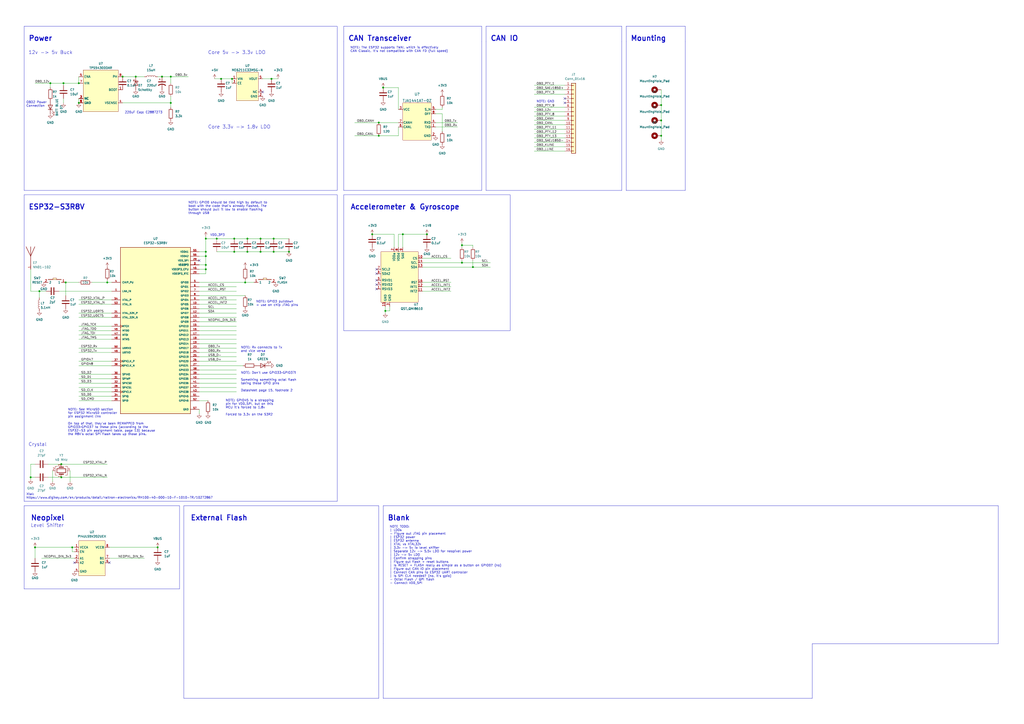
<source format=kicad_sch>
(kicad_sch (version 20230121) (generator eeschema)
  (paper "A2")
  (title_block (title "Delta") (date "2022-09-02") (rev "v4 Rev B") (comment 1 "MIT License") (comment 2 "Author: Shreyas Lad") (comment 4 "Autonomously Controlling Vehicles"))
  (junction (at 35.56 269.24))
  (junction (at 29.21 48.26))
  (junction (at 17.78 276.86))
  (junction (at 134.62 45.72))
  (junction (at 383.54 78.74))
  (junction (at 35.56 276.86))
  (junction (at 143.51 146.05))
  (junction (at 383.54 60.96))
  (junction (at 119.38 148.59))
  (junction (at 93.98 44.45))
  (junction (at 119.38 146.05))
  (junction (at 167.64 146.05))
  (junction (at 158.75 138.43))
  (junction (at 128.27 45.72))
  (junction (at 45.72 59.69))
  (junction (at 78.74 44.45))
  (junction (at 135.89 138.43))
  (junction (at 71.12 44.45))
  (junction (at 119.38 138.43))
  (junction (at 119.38 156.21))
  (junction (at 99.06 59.69))
  (junction (at 22.86 168.91))
  (junction (at 274.32 154.94))
  (junction (at 223.52 180.34))
  (junction (at 233.68 135.89))
  (junction (at 125.73 138.43))
  (junction (at 91.44 317.5))
  (junction (at 247.65 135.89))
  (junction (at 36.83 48.26))
  (junction (at 142.24 163.83))
  (junction (at 158.75 146.05))
  (junction (at 99.06 44.45))
  (junction (at 151.13 138.43))
  (junction (at 135.89 146.05))
  (junction (at 157.48 45.72))
  (junction (at 20.32 317.5))
  (junction (at 62.23 163.83))
  (junction (at 119.38 153.67))
  (junction (at 45.72 48.26))
  (junction (at 383.54 69.85))
  (junction (at 267.97 142.24))
  (junction (at 41.91 317.5))
  (junction (at 143.51 138.43))
  (junction (at 267.97 152.4))
  (junction (at 219.71 71.12))
  (junction (at 222.25 50.8))
  (junction (at 38.1 163.83))
  (junction (at 219.71 78.74))
  (junction (at 215.9 135.89))
  (junction (at 151.13 146.05))
  (no_connect (at 43.18 326.39))
  (no_connect (at 115.57 151.13))
  (no_connect (at 152.4 53.34))
  (no_connect (at 218.44 158.75))
  (no_connect (at 218.44 165.1))
  (no_connect (at 63.5 326.39))
  (no_connect (at 327.66 57.15))
  (no_connect (at 218.44 162.56))
  (no_connect (at 327.66 59.69))
  (no_connect (at 218.44 167.64))
  (no_connect (at 218.44 156.21))
  (wire (pts (xy 45.72 44.45) (xy 45.72 48.26)))
  (wire (pts (xy 27.94 276.86) (xy 35.56 276.86)))
  (wire (pts (xy 115.57 240.03) (xy 115.57 237.49)))
  (wire (pts (xy 63.5 317.5) (xy 91.44 317.5)))
  (wire (pts (xy 99.06 55.88) (xy 99.06 59.69)))
  (wire (pts (xy 252.73 73.66) (xy 265.43 73.66)))
  (polyline (pts (xy 222.25 405.13) (xy 471.17 405.13)))
  (wire (pts (xy 27.94 269.24) (xy 35.56 269.24)))
  (wire (pts (xy 135.89 146.05) (xy 143.51 146.05)))
  (polyline (pts (xy 199.39 15.24) (xy 199.39 24.13)))
  (wire (pts (xy 309.88 64.77) (xy 327.66 64.77)))
  (wire (pts (xy 35.56 276.86) (xy 62.23 276.86)))
  (wire (pts (xy 256.54 66.04) (xy 256.54 76.2)))
  (polyline (pts (xy 397.51 110.49) (xy 363.22 110.49)))
  (polyline (pts (xy 222.25 373.38) (xy 222.25 405.13)))
  (wire (pts (xy 309.88 49.53) (xy 327.66 49.53)))
  (wire (pts (xy 252.73 66.04) (xy 256.54 66.04)))
  (wire (pts (xy 124.46 45.72) (xy 128.27 45.72)))
  (wire (pts (xy 158.75 146.05) (xy 167.64 146.05)))
  (wire (pts (xy 29.21 48.26) (xy 36.83 48.26)))
  (wire (pts (xy 228.6 143.51) (xy 228.6 135.89)))
  (wire (pts (xy 115.57 212.09) (xy 140.97 212.09)))
  (wire (pts (xy 231.14 78.74) (xy 231.14 73.66)))
  (wire (pts (xy 119.38 138.43) (xy 125.73 138.43)))
  (wire (pts (xy 245.11 166.37) (xy 261.62 166.37)))
  (wire (pts (xy 125.73 146.05) (xy 135.89 146.05)))
  (wire (pts (xy 20.32 317.5) (xy 41.91 317.5)))
  (wire (pts (xy 115.57 207.01) (xy 137.16 207.01)))
  (wire (pts (xy 17.78 168.91) (xy 22.86 168.91)))
  (wire (pts (xy 36.83 48.26) (xy 45.72 48.26)))
  (wire (pts (xy 17.78 156.21) (xy 17.78 168.91)))
  (wire (pts (xy 115.57 176.53) (xy 137.16 176.53)))
  (polyline (pts (xy 397.51 15.24) (xy 397.51 24.13)))
  (wire (pts (xy 119.38 148.59) (xy 119.38 153.67)))
  (wire (pts (xy 38.1 163.83) (xy 45.72 163.83)))
  (wire (pts (xy 45.72 194.31) (xy 64.77 194.31)))
  (wire (pts (xy 20.32 48.26) (xy 29.21 48.26)))
  (wire (pts (xy 256.54 62.23) (xy 256.54 63.5)))
  (wire (pts (xy 45.72 184.15) (xy 64.77 184.15)))
  (wire (pts (xy 99.06 44.45) (xy 99.06 48.26)))
  (wire (pts (xy 115.57 179.07) (xy 137.16 179.07)))
  (wire (pts (xy 309.88 54.61) (xy 327.66 54.61)))
  (polyline (pts (xy 471.17 373.38) (xy 579.12 373.38)))
  (wire (pts (xy 115.57 199.39) (xy 137.16 199.39)))
  (wire (pts (xy 115.57 181.61) (xy 137.16 181.61)))
  (wire (pts (xy 309.88 67.31) (xy 327.66 67.31)))
  (wire (pts (xy 62.23 162.56) (xy 62.23 163.83)))
  (wire (pts (xy 115.57 163.83) (xy 142.24 163.83)))
  (polyline (pts (xy 281.94 15.24) (xy 360.68 15.24)))
  (polyline (pts (xy 199.39 15.24) (xy 279.4 15.24)))
  (wire (pts (xy 119.38 156.21) (xy 119.38 153.67)))
  (wire (pts (xy 115.57 186.69) (xy 137.16 186.69)))
  (wire (pts (xy 38.1 163.83) (xy 38.1 171.45)))
  (wire (pts (xy 151.13 146.05) (xy 158.75 146.05)))
  (wire (pts (xy 45.72 189.23) (xy 64.77 189.23)))
  (wire (pts (xy 119.38 146.05) (xy 115.57 146.05)))
  (polyline (pts (xy 106.68 293.37) (xy 106.68 405.13)))
  (wire (pts (xy 245.11 149.86) (xy 261.62 149.86)))
  (wire (pts (xy 383.54 60.96) (xy 383.54 69.85)))
  (wire (pts (xy 267.97 140.97) (xy 267.97 142.24)))
  (wire (pts (xy 62.23 163.83) (xy 64.77 163.83)))
  (wire (pts (xy 115.57 166.37) (xy 137.16 166.37)))
  (wire (pts (xy 151.13 138.43) (xy 158.75 138.43)))
  (wire (pts (xy 309.88 85.09) (xy 327.66 85.09)))
  (wire (pts (xy 219.71 71.12) (xy 231.14 71.12)))
  (wire (pts (xy 45.72 204.47) (xy 64.77 204.47)))
  (wire (pts (xy 71.12 59.69) (xy 99.06 59.69)))
  (wire (pts (xy 309.88 80.01) (xy 327.66 80.01)))
  (wire (pts (xy 115.57 217.17) (xy 137.16 217.17)))
  (wire (pts (xy 274.32 143.51) (xy 274.32 142.24)))
  (polyline (pts (xy 295.91 113.03) (xy 295.91 191.77)))
  (wire (pts (xy 36.83 48.26) (xy 36.83 49.53)))
  (wire (pts (xy 45.72 227.33) (xy 64.77 227.33)))
  (wire (pts (xy 17.78 269.24) (xy 17.78 276.86)))
  (wire (pts (xy 115.57 171.45) (xy 142.24 171.45)))
  (wire (pts (xy 205.74 71.12) (xy 219.71 71.12)))
  (wire (pts (xy 119.38 137.16) (xy 119.38 138.43)))
  (wire (pts (xy 115.57 201.93) (xy 137.16 201.93)))
  (wire (pts (xy 157.48 45.72) (xy 161.29 45.72)))
  (wire (pts (xy 115.57 189.23) (xy 137.16 189.23)))
  (wire (pts (xy 115.57 153.67) (xy 119.38 153.67)))
  (polyline (pts (xy 195.58 113.03) (xy 195.58 290.83)))
  (polyline (pts (xy 281.94 15.24) (xy 281.94 24.13)))
  (polyline (pts (xy 360.68 110.49) (xy 281.94 110.49)))
  (wire (pts (xy 115.57 224.79) (xy 137.16 224.79)))
  (wire (pts (xy 78.74 44.45) (xy 83.82 44.45)))
  (wire (pts (xy 267.97 151.13) (xy 267.97 152.4)))
  (wire (pts (xy 223.52 181.61) (xy 223.52 180.34)))
  (wire (pts (xy 245.11 152.4) (xy 267.97 152.4)))
  (polyline (pts (xy 363.22 15.24) (xy 363.22 24.13)))
  (wire (pts (xy 45.72 191.77) (xy 64.77 191.77)))
  (wire (pts (xy 115.57 168.91) (xy 137.16 168.91)))
  (polyline (pts (xy 360.68 15.24) (xy 360.68 24.13)))
  (wire (pts (xy 45.72 217.17) (xy 64.77 217.17)))
  (polyline (pts (xy 281.94 24.13) (xy 281.94 110.49)))
  (wire (pts (xy 309.88 87.63) (xy 327.66 87.63)))
  (wire (pts (xy 119.38 138.43) (xy 119.38 146.05)))
  (wire (pts (xy 34.29 168.91) (xy 64.77 168.91)))
  (wire (pts (xy 309.88 74.93) (xy 327.66 74.93)))
  (wire (pts (xy 115.57 214.63) (xy 137.16 214.63)))
  (wire (pts (xy 45.72 222.25) (xy 64.77 222.25)))
  (polyline (pts (xy 295.91 191.77) (xy 199.39 191.77)))
  (polyline (pts (xy 104.14 293.37) (xy 104.14 341.63)))
  (wire (pts (xy 45.72 219.71) (xy 64.77 219.71)))
  (wire (pts (xy 17.78 276.86) (xy 20.32 276.86)))
  (wire (pts (xy 309.88 69.85) (xy 327.66 69.85)))
  (wire (pts (xy 45.72 224.79) (xy 64.77 224.79)))
  (wire (pts (xy 45.72 201.93) (xy 64.77 201.93)))
  (wire (pts (xy 115.57 173.99) (xy 137.16 173.99)))
  (wire (pts (xy 245.11 163.83) (xy 261.62 163.83)))
  (wire (pts (xy 267.97 142.24) (xy 267.97 143.51)))
  (polyline (pts (xy 199.39 113.03) (xy 199.39 191.77)))
  (polyline (pts (xy 13.97 113.03) (xy 13.97 290.83)))
  (wire (pts (xy 45.72 176.53) (xy 64.77 176.53)))
  (wire (pts (xy 383.54 78.74) (xy 383.54 81.28)))
  (wire (pts (xy 226.06 180.34) (xy 223.52 180.34)))
  (wire (pts (xy 115.57 209.55) (xy 137.16 209.55)))
  (wire (pts (xy 20.32 269.24) (xy 17.78 269.24)))
  (wire (pts (xy 119.38 148.59) (xy 115.57 148.59)))
  (polyline (pts (xy 222.25 293.37) (xy 579.12 293.37)))
  (wire (pts (xy 45.72 57.15) (xy 45.72 59.69)))
  (wire (pts (xy 143.51 138.43) (xy 151.13 138.43)))
  (polyline (pts (xy 219.71 293.37) (xy 219.71 405.13)))
  (wire (pts (xy 142.24 162.56) (xy 142.24 163.83)))
  (wire (pts (xy 245.11 154.94) (xy 274.32 154.94)))
  (wire (pts (xy 71.12 44.45) (xy 78.74 44.45)))
  (wire (pts (xy 233.68 135.89) (xy 247.65 135.89)))
  (wire (pts (xy 267.97 152.4) (xy 284.48 152.4)))
  (wire (pts (xy 309.88 77.47) (xy 327.66 77.47)))
  (polyline (pts (xy 199.39 113.03) (xy 295.91 113.03)))
  (wire (pts (xy 63.5 323.85) (xy 83.82 323.85)))
  (polyline (pts (xy 199.39 24.13) (xy 199.39 110.49)))
  (wire (pts (xy 309.88 52.07) (xy 327.66 52.07)))
  (wire (pts (xy 93.98 44.45) (xy 99.06 44.45)))
  (wire (pts (xy 40.64 273.05) (xy 40.64 279.4)))
  (wire (pts (xy 115.57 158.75) (xy 119.38 158.75)))
  (wire (pts (xy 99.06 44.45) (xy 109.22 44.45)))
  (wire (pts (xy 119.38 146.05) (xy 119.38 148.59)))
  (wire (pts (xy 115.57 184.15) (xy 137.16 184.15)))
  (wire (pts (xy 143.51 146.05) (xy 151.13 146.05)))
  (wire (pts (xy 115.57 156.21) (xy 119.38 156.21)))
  (polyline (pts (xy 13.97 293.37) (xy 104.14 293.37)))
  (wire (pts (xy 231.14 143.51) (xy 231.14 135.89)))
  (wire (pts (xy 233.68 135.89) (xy 233.68 143.51)))
  (polyline (pts (xy 13.97 113.03) (xy 195.58 113.03)))
  (wire (pts (xy 22.86 168.91) (xy 26.67 168.91)))
  (wire (pts (xy 115.57 194.31) (xy 137.16 194.31)))
  (wire (pts (xy 252.73 63.5) (xy 256.54 63.5)))
  (wire (pts (xy 222.25 50.8) (xy 231.14 50.8)))
  (wire (pts (xy 45.72 181.61) (xy 64.77 181.61)))
  (polyline (pts (xy 397.51 24.13) (xy 397.51 110.49)))
  (wire (pts (xy 45.72 173.99) (xy 64.77 173.99)))
  (wire (pts (xy 45.72 232.41) (xy 64.77 232.41)))
  (wire (pts (xy 41.91 317.5) (xy 43.18 317.5)))
  (wire (pts (xy 252.73 71.12) (xy 265.43 71.12)))
  (wire (pts (xy 99.06 59.69) (xy 99.06 62.23)))
  (polyline (pts (xy 106.68 293.37) (xy 219.71 293.37)))
  (polyline (pts (xy 279.4 24.13) (xy 279.4 110.49)))
  (wire (pts (xy 115.57 204.47) (xy 137.16 204.47)))
  (wire (pts (xy 115.57 232.41) (xy 120.65 232.41)))
  (wire (pts (xy 119.38 158.75) (xy 119.38 156.21)))
  (wire (pts (xy 24.13 323.85) (xy 43.18 323.85)))
  (wire (pts (xy 226.06 177.8) (xy 226.06 180.34)))
  (polyline (pts (xy 195.58 290.83) (xy 13.97 290.83)))
  (wire (pts (xy 152.4 45.72) (xy 157.48 45.72)))
  (wire (pts (xy 41.91 320.04) (xy 41.91 317.5)))
  (wire (pts (xy 267.97 142.24) (xy 274.32 142.24)))
  (polyline (pts (xy 13.97 293.37) (xy 13.97 341.63)))
  (wire (pts (xy 115.57 191.77) (xy 137.16 191.77)))
  (wire (pts (xy 309.88 62.23) (xy 327.66 62.23)))
  (wire (pts (xy 219.71 78.74) (xy 231.14 78.74)))
  (polyline (pts (xy 471.17 405.13) (xy 471.17 373.38)))
  (wire (pts (xy 30.48 273.05) (xy 30.48 279.4)))
  (wire (pts (xy 223.52 180.34) (xy 223.52 177.8)))
  (polyline (pts (xy 279.4 110.49) (xy 199.39 110.49)))
  (wire (pts (xy 45.72 212.09) (xy 64.77 212.09)))
  (wire (pts (xy 134.62 45.72) (xy 134.62 48.26)))
  (wire (pts (xy 231.14 50.8) (xy 231.14 63.5)))
  (polyline (pts (xy 219.71 405.13) (xy 106.68 405.13)))
  (wire (pts (xy 115.57 222.25) (xy 137.16 222.25)))
  (wire (pts (xy 147.32 163.83) (xy 142.24 163.83)))
  (wire (pts (xy 158.75 138.43) (xy 167.64 138.43)))
  (wire (pts (xy 228.6 135.89) (xy 215.9 135.89)))
  (wire (pts (xy 115.57 227.33) (xy 137.16 227.33)))
  (wire (pts (xy 91.44 44.45) (xy 93.98 44.45)))
  (wire (pts (xy 53.34 163.83) (xy 62.23 163.83)))
  (polyline (pts (xy 360.68 24.13) (xy 360.68 110.49)))
  (wire (pts (xy 29.21 48.26) (xy 29.21 50.8)))
  (polyline (pts (xy 279.4 15.24) (xy 279.4 24.13)))
  (wire (pts (xy 383.54 52.07) (xy 383.54 60.96)))
  (polyline (pts (xy 222.25 293.37) (xy 222.25 373.38)))
  (wire (pts (xy 128.27 45.72) (xy 134.62 45.72)))
  (wire (pts (xy 274.32 151.13) (xy 274.32 154.94)))
  (wire (pts (xy 36.83 57.15) (xy 36.83 59.69)))
  (polyline (pts (xy 363.22 24.13) (xy 363.22 110.49)))
  (polyline (pts (xy 363.22 15.24) (xy 397.51 15.24)))
  (wire (pts (xy 125.73 138.43) (xy 135.89 138.43)))
  (wire (pts (xy 45.72 196.85) (xy 64.77 196.85)))
  (wire (pts (xy 231.14 135.89) (xy 233.68 135.89)))
  (wire (pts (xy 45.72 209.55) (xy 64.77 209.55)))
  (wire (pts (xy 115.57 219.71) (xy 137.16 219.71)))
  (wire (pts (xy 245.11 168.91) (xy 261.62 168.91)))
  (wire (pts (xy 115.57 196.85) (xy 137.16 196.85)))
  (wire (pts (xy 309.88 82.55) (xy 327.66 82.55)))
  (wire (pts (xy 205.74 78.74) (xy 219.71 78.74)))
  (wire (pts (xy 309.88 72.39) (xy 327.66 72.39)))
  (wire (pts (xy 45.72 229.87) (xy 64.77 229.87)))
  (polyline (pts (xy 579.12 293.37) (xy 579.12 373.38)))
  (wire (pts (xy 383.54 69.85) (xy 383.54 78.74)))
  (wire (pts (xy 22.86 172.72) (xy 22.86 168.91)))
  (wire (pts (xy 135.89 138.43) (xy 143.51 138.43)))
  (wire (pts (xy 35.56 269.24) (xy 62.23 269.24)))
  (wire (pts (xy 43.18 320.04) (xy 41.91 320.04)))
  (wire (pts (xy 20.32 317.5) (xy 20.32 323.85)))
  (wire (pts (xy 274.32 154.94) (xy 284.48 154.94)))
  (polyline (pts (xy 13.97 341.63) (xy 104.14 341.63)))
  (wire (pts (xy 17.78 278.13) (xy 17.78 276.86)))
  (rectangle (start 13.97 15.24) (end 195.58 110.49))
  (text "Core 5v -> 3.3v LDO" (at 120.65 31.75 0) (effects (font (size 2 2)) (justify left bottom)))
  (text "Blank" (at 224.79 302.26 0) (effects (font (size 3 3) (thickness 0.5) bold) (justify left bottom)))
  (text "NOTE: GPIO3 pulldown\n= use on chip JTAG pins" (at 148.59 177.8 0) (effects (font (size 1.27 1.27)) (justify left bottom)))
  (text "NOTE: GND" (at 311.15 59.69 0) (effects (font (size 1.27 1.27)) (justify left bottom)))
  (text "External Flash" (at 110.49 302.26 0) (effects (font (size 3 3) (thickness 0.5) bold) (justify left bottom)))
  (text "Level Shifter" (at 17.78 306.07 0) (effects (font (size 2 2)) (justify left bottom)))
  (text "Accelerometer & Gyroscope" (at 203.2 121.92 0) (effects (font (size 3 3) (thickness 0.5) bold) (justify left bottom)))
  (text "Xtal:\nhttps://www.digikey.com/en/products/detail/raltron-electronics/RH100-40-000-10-F-1010-TR/10272867" (at 15.24 289.56 0) (effects (font (size 1.27 1.27)) (justify left bottom)))
  (text "CAN Transceiver" (at 201.93 24.13 0) (effects (font (size 3 3) (thickness 0.5) bold) (justify left bottom)))
  (text "12v -> 5v Buck" (at 16.51 31.75 0) (effects (font (size 2 2)) (justify left bottom)))
  (text "VDD_3P3" (at 121.92 137.16 0) (effects (font (size 1.27 1.27)) (justify left bottom)))
  (text "NOTE: The ESP32 supports TWAI, which is effectively\nCAN Classic. It's not compatible with CAN FD (full speed)" (at 203.2 30.48 0) (effects (font (size 1.27 1.27)) (justify left bottom)))
  (text "Crystal" (at 16.51 259.08 0) (effects (font (size 2 2)) (justify left bottom)))
  (text "NOTE: GPIO45 is a strapping\npin for VDD_SPI, but on this\nMCU it's forced to 1.8v\n\nForced to 3.3v on the S3R2" (at 130.81 241.3 0) (effects (font (size 1.27 1.27)) (justify left bottom)))
  (text "NOTE: Don't use GPIO33~GPIO37!\n\nSomething something octal flash\ntaking these GPIO pins\n\nDatasheet page 15, footnote 2" (at 139.7 227.33 0) (effects (font (size 1.27 1.27)) (justify left bottom)))
  (text "Mounting" (at 365.76 24.13 0) (effects (font (size 3 3) (thickness 0.5) bold) (justify left bottom)))
  (text "NOTE TODO:\n| LDOs\n- Figure out JTAG pin placement\n| ESP32 power\n| ESP32 antenna\n| XTAL vs XTAL32k\n| 3.3v -> 5v io level shifter\n| Separate 12v -> 5.5v LDO for neopixel power\n| 12v -> 5v LDO\n| Confirm strapping pins\n| Figure out flash + reset buttons\n| Is RESET + FLASH really as simple as a button on GPIO0? (no)\n| Figure out CAN IO pin placement\n| Connect CAN pins to ESP32 UART controller\n| Is SPI CLK needed? (no, it's gpio)\n- Octal Flash / QPI flash\n- Connect VDD_SPI" (at 226.06 339.09 0) (effects (font (size 1.27 1.27)) (justify left bottom)))
  (text "NOTE: GPIO0 should be tied high by default to\nboot with the code that's already flashed. The\nbutton should pull it low to enable flashing\nthrough USB" (at 109.22 124.46 0) (effects (font (size 1.27 1.27)) (justify left bottom)))
  (text "OBD2 Power\nConnection" (at 15.24 62.23 0) (effects (font (size 1.27 1.27)) (justify left bottom)))
  (text "NOTE: See MicroSD section\nfor ESP32 MicroSD controller\npin assignment link\n\nOn top of that, they've been REMAPPED from\nGPIO33~GPIO37 to these pins (according to the\nESP32-S3 pin assignment table, page 13) because\nthe R8V's octal SPI flash takes up those pins." (at 39.37 252.73 0) (effects (font (size 1.27 1.27)) (justify left bottom)))
  (text "NOTE: Rx connects to Tx\nand vice versa" (at 139.7 204.47 0) (effects (font (size 1.27 1.27)) (justify left bottom)))
  (text "Neopixel" (at 17.78 302.26 0) (effects (font (size 3 3) (thickness 0.5) bold) (justify left bottom)))
  (text "220uF Cap: C2887273" (at 72.39 66.04 0) (effects (font (size 1.27 1.27)) (justify left bottom)))
  (text "ESP32-S3R8V" (at 16.51 121.92 0) (effects (font (size 3 3) (thickness 0.5) bold) (justify left bottom)))
  (text "Core 3.3v -> 1.8v LDO" (at 120.65 74.93 0) (effects (font (size 2 2)) (justify left bottom)))
  (text "Power" (at 16.51 24.13 0) (effects (font (size 3 3) (thickness 0.5) bold) (justify left bottom)))
  (text "CAN IO" (at 284.48 24.13 0) (effects (font (size 3 3) (thickness 0.5) bold) (justify left bottom)))
  (label "ACCEL_RST" (at 250.19 163.83 0))
  (label "OBD_PTY_9" (at 311.15 62.23 0))
  (label "OBD_12v" (at 311.15 64.77 0))
  (label "OBD_5v" (at 101.6 44.45 0))
  (label "OBD_CANH" (at 207.01 71.12 0))
  (label "ACCEL_INT1" (at 120.65 173.99 0))
  (label "SD_D3" (at 46.99 222.25 0))
  (label "JTAG_TCK" (at 46.99 189.23 0))
  (label "USB_D-" (at 120.65 207.01 0))
  (label "OBD_LLINE" (at 311.15 87.63 0))
  (label "ESP32_XTAL_P" (at 48.26 269.24 0))
  (label "GPIO47" (at 46.99 209.55 0))
  (label "OBD_PTY_3" (at 311.15 54.61 0))
  (label "SCL" (at 120.65 179.07 0))
  (label "ESP32_XTAL_N" (at 48.26 276.86 0))
  (label "ACCEL_INT2" (at 250.19 168.91 0))
  (label "SDA" (at 120.65 181.61 0))
  (label "SD_CLK" (at 46.99 227.33 0))
  (label "SCL" (at 279.4 152.4 0))
  (label "ESP32_U0CTS" (at 46.99 184.15 0))
  (label "OBD_SAEJ1850-" (at 311.15 82.55 0))
  (label "JTAG_TDI" (at 46.99 194.31 0))
  (label "SDA" (at 279.4 154.94 0))
  (label "SD_D0" (at 46.99 229.87 0))
  (label "SD_D2" (at 46.99 217.17 0))
  (label "NEOPXL_DIN_5v" (at 68.58 323.85 0))
  (label "SD_D1" (at 46.99 219.71 0))
  (label "ACCEL_CS" (at 250.19 149.86 0))
  (label "ACCEL_RST" (at 120.65 168.91 0))
  (label "SD_CMD" (at 46.99 232.41 0))
  (label "ACCEL_CS" (at 120.65 166.37 0))
  (label "USB_D+" (at 120.65 209.55 0))
  (label "ESP32_XTAL_N" (at 46.99 176.53 0))
  (label "NEOPXL_DIN_3v3" (at 120.65 186.69 0))
  (label "OBD_CANH" (at 311.15 69.85 0))
  (label "JTAG_TDO" (at 46.99 191.77 0))
  (label "OBD_PTY_12" (at 311.15 77.47 0))
  (label "OBD_Tx" (at 257.81 71.12 0))
  (label "ACCEL_INT1" (at 250.19 166.37 0))
  (label "ACCEL_INT2" (at 120.65 176.53 0))
  (label "OBD_PTY_13" (at 311.15 80.01 0))
  (label "OBD_Tx" (at 120.65 201.93 0))
  (label "OBD_KLINE" (at 311.15 85.09 0))
  (label "OBD_Rx" (at 257.81 73.66 0))
  (label "NEOPXL_DIN_3v3" (at 25.4 323.85 0))
  (label "OBD_CANL" (at 207.01 78.74 0))
  (label "ESP32_XTAL_P" (at 46.99 173.99 0))
  (label "JTAG_TMS" (at 46.99 196.85 0))
  (label "OBD_SAEJ1850+" (at 311.15 52.07 0))
  (label "OBD_PTY_1" (at 311.15 49.53 0))
  (label "ESP32_Tx" (at 46.99 204.47 0))
  (label "OBD_CANL" (at 311.15 72.39 0))
  (label "ESP32_U0RTS" (at 46.99 181.61 0))
  (label "OBD_Rx" (at 120.65 204.47 0))
  (label "ESP32_Rx" (at 46.99 201.93 0))
  (label "OBD_PTY_8" (at 311.15 67.31 0))
  (label "OBD_12v" (at 20.32 48.26 0))
  (label "OBD_PTY_11" (at 311.15 74.93 0))
  (label "GPIO48" (at 46.99 212.09 0))
  (symbol (lib_id "Device:C") (at 215.9 139.7 0) (unit 1)
    (property "Reference" "C?" (at 218.44 138.43 0) (effects (justify left)))
    (property "Value" "0.1uF" (at 218.44 140.97 0) (effects (justify left)))
    (property "Footprint" "Capacitor_SMD:C_0603_1608Metric" (effects hide))
  )
  (symbol (lib_id "PI4ULS5V202UEX (Level Shifter):PI4ULS5V202UEX") (at 53.34 323.85 0) (unit 1)
    (property "Reference" "U?" (at 53.34 308.61 0))
    (property "Value" "PI4ULS5V202UEX" (at 53.34 311.15 0))
    (property "Footprint" "Package_SO:MSOP-8_3x3mm_P0.65mm" (effects hide))
  )
  (symbol (lib_id "power:GND") (at 157.48 53.34 0) (unit 1)
    (property "Reference" "#PWR?" (effects hide))
    (property "Value" "GND" (at 157.48 58.42 0))
  )
  (symbol (lib_id "power:GND") (at 252.73 78.74 0) (unit 1)
    (property "Reference" "#PWR?" (effects hide))
    (property "Value" "GND" (at 252.73 83.82 0))
  )
  (symbol (lib_id "Device:R") (at 274.32 147.32 0) (unit 1)
    (property "Reference" "R?" (at 275.59 146.05 0) (effects (justify left)))
    (property "Value" "10k" (at 275.59 148.59 0) (effects (justify left)))
    (property "Footprint" "Resistor_SMD:R_0603_1608Metric" (effects hide))
  )
  (symbol (lib_id "Device:R") (at 256.54 80.01 0) (unit 1)
    (property "Reference" "R?" (at 259.08 78.74 0) (effects (justify left)))
    (property "Value" "10k" (at 259.08 81.28 0) (effects (justify left)))
    (property "Footprint" "Resistor_SMD:R_0603_1608Metric" (effects hide))
  )
  (symbol (lib_id "TJA1441DT-0Z (CAN Transceiver):TJA1441AT-0Z") (at 222.25 64.77 0) (unit 1)
    (property "Reference" "U?" (at 241.935 54.61 0) (effects (font (size 1.524 1.524))))
    (property "Value" "TJA1441AT-0Z" (at 241.935 58.42 0) (effects (font (size 1.524 1.524))))
    (property "Footprint" "TJA1441DT-0Z:TJA1441DT-0Z" (effects hide))
  )
  (symbol (lib_id "Device:C") (at 128.27 49.53 0) (unit 1)
    (property "Reference" "C?" (at 130.81 48.26 0) (effects (justify left)))
    (property "Value" "1uF" (at 130.81 50.8 0) (effects (justify left)))
    (property "Footprint" "Capacitor_SMD:C_0402_1005Metric" (effects hide))
  )
  (symbol (lib_id "power:+3.3V") (at 119.38 137.16 0) (unit 1)
    (property "Reference" "#PWR?" (effects hide))
    (property "Value" "+3.3V" (at 119.38 132.08 0))
  )
  (symbol (lib_id "Device:R") (at 256.54 58.42 0) (unit 1)
    (property "Reference" "R?" (at 259.08 57.1499 0) (effects (justify left)))
    (property "Value" "10k" (at 259.08 59.6899 0) (effects (justify left)))
    (property "Footprint" "Resistor_SMD:R_0603_1608Metric" (effects hide))
  )
  (symbol (lib_id "K2-1817UQ-C4SW-01 (SMD button):K2-1817UQ-C4SW-01") (at 153.67 162.56 0) (unit 1)
    (property "Reference" "SW?" (at 163.83 161.29 0))
    (property "Value" "FLASH" (at 163.83 163.83 0))
    (property "Footprint" "TS-3025-A-A-B:SW-SMD_L3.0-W2.5-P3.40-LS4.0-L" (effects hide))
    (property "Datasheet" "https://lcsc.com/product-detail/Tactile-Switches_Mute-Switch-6-0mm-6-0mm-5MM-250G_C128939.html" (effects hide))
    (property "Manufacturer" "HRO" (effects hide))
    (property "LCSC Part" "C128939" (effects hide))
    (property "JLC Part" "Extended Part" (effects hide))
  )
  (symbol (lib_id "power:GND") (at 160.02 163.83 0) (unit 1)
    (property "Reference" "#PWR?" (effects hide))
    (property "Value" "GND" (at 160.02 168.91 0))
  )
  (symbol (lib_id "Device:C") (at 38.1 175.26 0) (unit 1)
    (property "Reference" "C?" (at 40.64 173.99 0) (effects (justify left)))
    (property "Value" "1uF" (at 40.64 176.53 0) (effects (justify left)))
    (property "Footprint" "Capacitor_SMD:C_0603_1608Metric" (effects hide))
  )
  (symbol (lib_id "Device:C") (at 24.13 276.86 90) (unit 1)
    (property "Reference" "C?" (at 24.13 281.94 90))
    (property "Value" "27pF" (at 24.13 284.48 90))
    (property "Footprint" "Capacitor_SMD:C_0603_1608Metric" (effects hide))
  )
  (symbol (lib_id "power:GND") (at 36.83 59.69 0) (unit 1)
    (property "Reference" "#PWR?" (effects hide))
    (property "Value" "GND" (at 36.83 64.77 0))
  )
  (symbol (lib_id "Device:D_Schottky") (at 78.74 48.26 90) (mirror x) (unit 1)
    (property "Reference" "D?" (at 80.01 49.53 90) (effects (justify right)))
    (property "Value" "Schottky" (at 80.01 52.07 90) (effects (justify right)))
    (property "Footprint" "SS210:SMA_L4.3-W2.6-LS5.2-RD" (effects hide))
  )
  (symbol (lib_id "power:GND") (at 43.18 331.47 0) (unit 1)
    (property "Reference" "#PWR?" (effects hide))
    (property "Value" "GND" (at 43.18 336.55 0))
  )
  (symbol (lib_id "power:GND") (at 38.1 179.07 0) (unit 1)
    (property "Reference" "#PWR?" (effects hide))
    (property "Value" "GND" (at 38.1 184.15 0))
  )
  (symbol (lib_id "power:+3.3V") (at 256.54 54.61 0) (unit 1)
    (property "Reference" "#PWR?" (effects hide))
    (property "Value" "+3.3V" (at 256.54 49.53 0))
  )
  (symbol (lib_id "Mechanical:MountingHole_Pad") (at 381 52.07 90) (unit 1)
    (property "Reference" "H?" (at 379.73 44.45 90))
    (property "Value" "MountingHole_Pad" (at 379.73 46.99 90))
    (property "Footprint" "MountingHole:MountingHole_3.2mm_M3_ISO7380_Pad" (effects hide))
  )
  (symbol (lib_id "power:GND") (at 45.72 59.69 0) (unit 1)
    (property "Reference" "#PWR?" (effects hide))
    (property "Value" "GND" (at 45.72 64.77 0))
  )
  (symbol (lib_id "Device:R") (at 29.21 54.61 180) (unit 1)
    (property "Reference" "R?" (at 30.48 53.34 0) (effects (justify right)))
    (property "Value" "1k" (at 30.48 55.88 0) (effects (justify right)))
    (property "Footprint" "Resistor_SMD:R_0402_1005Metric" (effects hide))
  )
  (symbol (lib_name "TPS5430DDAR_1") (lib_id "TPS5430DDAR (Buck Converter):TPS5430DDAR") (at 58.42 52.07 0) (unit 1)
    (property "Reference" "U?" (at 58.42 36.83 0))
    (property "Value" "TPS5430DDAR" (at 58.42 39.37 0))
    (property "Footprint" "TPS5430DDAR:SOIC-8_L5.0-W4.0-P1.27-LS6.0-BL-EP2.0" (effects hide))
    (property "Datasheet" "https://lcsc.com/product-detail/DC-DC-Converters_TI_TPS5430DDAR_TPS5430DDAR_C9864.html" (effects hide))
    (property "Manufacturer" "TI" (effects hide))
    (property "LCSC Part" "C9864" (effects hide))
    (property "JLC Part" "Basic Part" (effects hide))
  )
  (symbol (lib_id "power:GND") (at 223.52 181.61 0) (unit 1)
    (property "Reference" "#PWR?" (effects hide))
    (property "Value" "GND" (at 223.52 186.69 0))
  )
  (symbol (lib_id "power:GND") (at 120.65 240.03 0) (unit 1)
    (property "Reference" "#PWR?" (effects hide))
    (property "Value" "GND" (at 120.65 245.11 0))
  )
  (symbol (lib_id "power:+5V") (at 124.46 45.72 0) (unit 1)
    (property "Reference" "#PWR?" (effects hide))
    (property "Value" "+5V" (at 124.46 40.64 0))
  )
  (symbol (lib_id "Device:C") (at 167.64 142.24 0) (unit 1)
    (property "Reference" "C?" (at 170.18 140.97 0) (effects (justify left)))
    (property "Value" "1uF" (at 170.18 143.51 0) (effects (justify left)))
    (property "Footprint" "Capacitor_SMD:C_0603_1608Metric" (effects hide))
  )
  (symbol (lib_id "Device:C") (at 125.73 142.24 0) (unit 1)
    (property "Reference" "C?" (at 128.27 140.97 0) (effects (justify left)))
    (property "Value" "10uF" (at 128.27 143.51 0) (effects (justify left)))
    (property "Footprint" "Capacitor_SMD:C_0603_1608Metric" (effects hide))
  )
  (symbol (lib_id "power:GND") (at 115.57 240.03 0) (unit 1)
    (property "Reference" "#PWR?" (effects hide))
    (property "Value" "GND" (at 115.57 245.11 0))
  )
  (symbol (lib_id "Device:L") (at 87.63 44.45 90) (unit 1)
    (property "Reference" "L?" (at 87.63 38.1 90))
    (property "Value" "15uH" (at 87.63 40.64 90))
    (property "Footprint" "CKCS4030_15uH:IND-SMD_L4.0-W4.0" (effects hide))
  )
  (symbol (lib_id "power:+3.3V") (at 215.9 135.89 0) (unit 1)
    (property "Reference" "#PWR?" (effects hide))
    (property "Value" "+3.3V" (at 215.9 130.81 0))
  )
  (symbol (lib_id "power:GND") (at 142.24 179.07 0) (unit 1)
    (property "Reference" "#PWR?" (effects hide))
    (property "Value" "GND" (at 142.24 182.88 0))
  )
  (symbol (lib_id "power:GND") (at 40.64 279.4 0) (unit 1)
    (property "Reference" "#PWR?" (effects hide))
    (property "Value" "GND" (at 40.64 283.21 0))
  )
  (symbol (lib_id "Device:C") (at 71.12 48.26 0) (unit 1)
    (property "Reference" "C?" (at 73.66 46.99 0) (effects (justify left)))
    (property "Value" "0.1uF" (at 73.66 49.53 0) (effects (justify left)))
    (property "Footprint" "Capacitor_SMD:C_0402_1005Metric" (effects hide))
  )
  (symbol (lib_id "power:GND") (at 256.54 83.82 0) (unit 1)
    (property "Reference" "#PWR?" (effects hide))
    (property "Value" "GND" (at 256.54 88.9 0))
  )
  (symbol (lib_id "power:GND") (at 25.4 163.83 0) (unit 1)
    (property "Reference" "#PWR?" (effects hide))
    (property "Value" "GND" (at 25.4 167.64 0))
  )
  (symbol (lib_id "Device:C") (at 158.75 142.24 0) (unit 1)
    (property "Reference" "C?" (at 161.29 140.97 0) (effects (justify left)))
    (property "Value" "1uF" (at 161.29 143.51 0) (effects (justify left)))
    (property "Footprint" "Capacitor_SMD:C_0603_1608Metric" (effects hide))
  )
  (symbol (lib_id "power:+3.3V") (at 20.32 317.5 0) (unit 1)
    (property "Reference" "#PWR?" (effects hide))
    (property "Value" "+3.3V" (at 20.32 312.42 0))
  )
  (symbol (lib_id "Device:R") (at 62.23 158.75 0) (unit 1)
    (property "Reference" "R?" (at 63.5 157.48 0) (effects (justify left)))
    (property "Value" "10k" (at 63.5 160.02 0) (effects (justify left)))
    (property "Footprint" "Resistor_SMD:R_0603_1608Metric" (effects hide))
  )
  (symbol (lib_id "Device:LED") (at 152.4 212.09 180) (unit 1)
    (property "Reference" "D?" (at 152.4 205.74 0))
    (property "Value" "GREEN" (at 152.4 208.28 0))
    (property "Footprint" "LED_SMD:LED_0603_1608Metric" (effects hide))
  )
  (symbol (lib_id "Device:R") (at 267.97 147.32 0) (unit 1)
    (property "Reference" "R?" (at 269.24 146.05 0) (effects (justify left)))
    (property "Value" "10k" (at 269.24 148.59 0) (effects (justify left)))
    (property "Footprint" "Resistor_SMD:R_0603_1608Metric" (effects hide))
  )
  (symbol (lib_id "Device:R") (at 142.24 175.26 0) (unit 1)
    (property "Reference" "R?" (at 143.51 173.99 0) (effects (justify left)))
    (property "Value" "10k" (at 143.51 176.53 0) (effects (justify left)))
    (property "Footprint" "Resistor_SMD:R_0603_1608Metric" (effects hide))
  )
  (symbol (lib_id "power:GND") (at 383.54 81.28 0) (unit 1)
    (property "Reference" "#PWR?" (effects hide))
    (property "Value" "GND" (at 383.54 86.36 0))
  )
  (symbol (lib_id "power:+3.3V") (at 142.24 154.94 0) (unit 1)
    (property "Reference" "#PWR?" (effects hide))
    (property "Value" "+3.3V" (at 147.32 153.67 0))
  )
  (symbol (lib_id "ME6211C33M5G (3.3v LDO):ME6211C33M5G-N") (at 143.51 50.8 0) (unit 1)
    (property "Reference" "U?" (at 143.51 38.1 0))
    (property "Value" "ME6211C33M5G-N" (at 143.51 40.64 0))
    (property "Footprint" "ME6211C33M5G:SOT-23-5_L3.0-W1.7-P0.95-LS2.8-BR" (effects hide))
    (property "Datasheet" "https://lcsc.com/product-detail/Low-Dropout-Regulators-LDO_ME6211C33M5G-N_C82942.html" (effects hide))
    (property "Manufacturer" "MICRONE" (effects hide))
    (property "LCSC Part" "C82942" (effects hide))
    (property "JLC Part" "Extended Part" (effects hide))
  )
  (symbol (lib_id "power:VBUS") (at 222.25 50.8 0) (unit 1)
    (property "Reference" "#PWR?" (effects hide))
    (property "Value" "VBUS" (at 222.25 45.72 0))
  )
  (symbol (lib_id "Device:Crystal_GND24") (at 35.56 273.05 90) (unit 1)
    (property "Reference" "Y?" (at 35.56 264.16 90))
    (property "Value" "40 MHz" (at 35.56 266.7 90))
    (property "Footprint" "Crystal:Crystal_SMD_3225-4Pin_3.2x2.5mm" (effects hide))
  )
  (symbol (lib_id "Device:C") (at 20.32 327.66 0) (unit 1)
    (property "Reference" "C?" (at 24.13 326.3899 0) (effects (justify left)))
    (property "Value" "1uF" (at 24.13 328.9299 0) (effects (justify left)))
    (property "Footprint" "Capacitor_SMD:C_0603_1608Metric" (effects hide))
  )
  (symbol (lib_id "Device:C") (at 30.48 168.91 90) (unit 1)
    (property "Reference" "C?" (at 30.48 172.72 90))
    (property "Value" "2pF" (at 30.48 175.26 90))
    (property "Footprint" "Capacitor_SMD:C_0603_1608Metric" (effects hide))
  )
  (symbol (lib_id "QST_QMI8610 (Accel{slash}Gyro):QST_QMI8610") (at 232.41 158.75 0) (unit 1)
    (property "Reference" "U?" (at 240.03 176.53 0) (effects (justify left)))
    (property "Value" "QST_QMI8610" (at 232.41 179.07 0) (effects (justify left)))
    (property "Footprint" "QST_QMI8610:LGA-16_L3.3-W3.3-P0.50-BL-EP0.5" (effects hide))
  )
  (symbol (lib_id "Device:C") (at 91.44 321.31 0) (unit 1)
    (property "Reference" "C?" (at 95.25 320.0399 0) (effects (justify left)))
    (property "Value" "1uF" (at 95.25 322.5799 0) (effects (justify left)))
    (property "Footprint" "Capacitor_SMD:C_0603_1608Metric" (effects hide))
  )
  (symbol (lib_id "power:GND") (at 91.44 325.12 0) (unit 1)
    (property "Reference" "#PWR?" (effects hide))
    (property "Value" "GND" (at 91.44 330.2 0))
  )
  (symbol (lib_id "power:+3.3V") (at 62.23 154.94 0) (unit 1)
    (property "Reference" "#PWR?" (effects hide))
    (property "Value" "+3.3V" (at 62.23 149.86 0))
  )
  (symbol (lib_id "Mechanical:MountingHole_Pad") (at 381 78.74 90) (unit 1)
    (property "Reference" "H?" (at 379.73 71.12 90))
    (property "Value" "MountingHole_Pad" (at 379.73 73.66 90))
    (property "Footprint" "MountingHole:MountingHole_3.2mm_M3_ISO7380_Pad" (effects hide))
  )
  (symbol (lib_id "power:GND") (at 152.4 55.88 0) (unit 1)
    (property "Reference" "#PWR?" (effects hide))
    (property "Value" "GND" (at 152.4 60.96 0))
  )
  (symbol (lib_id "Device:R") (at 99.06 52.07 0) (unit 1)
    (property "Reference" "R?" (at 101.6 50.8 0) (effects (justify left)))
    (property "Value" "10k" (at 101.6 53.34 0) (effects (justify left)))
    (property "Footprint" "Resistor_SMD:R_0402_1005Metric" (effects hide))
  )
  (symbol (lib_id "power:GND") (at 93.98 52.07 0) (unit 1)
    (property "Reference" "#PWR?" (effects hide))
    (property "Value" "GND" (at 93.98 55.88 0))
  )
  (symbol (lib_id "Device:R") (at 120.65 236.22 0) (unit 1)
    (property "Reference" "R?" (at 123.19 234.9499 0) (effects (justify left)))
    (property "Value" "10k" (at 123.19 237.4899 0) (effects (justify left)))
    (property "Footprint" "Resistor_SMD:R_0603_1608Metric" (effects hide))
  )
  (symbol (lib_id "power:+3.3V") (at 267.97 140.97 0) (unit 1)
    (property "Reference" "#PWR?" (effects hide))
    (property "Value" "+3.3V" (at 267.97 135.89 0))
  )
  (symbol (lib_id "power:+3.3V") (at 161.29 45.72 0) (unit 1)
    (property "Reference" "#PWR?" (effects hide))
    (property "Value" "+3.3V" (at 161.29 40.64 0))
  )
  (symbol (lib_id "Device:LED") (at 29.21 62.23 90) (unit 1)
    (property "Reference" "D?" (at 35.56 62.23 0))
    (property "Value" "BATT BLUE" (at 33.02 62.23 0))
    (property "Footprint" "LED_SMD:LED_0603_1608Metric" (effects hide))
  )
  (symbol (lib_id "Mechanical:MountingHole_Pad") (at 381 60.96 90) (unit 1)
    (property "Reference" "H?" (at 379.73 53.34 90))
    (property "Value" "MountingHole_Pad" (at 379.73 55.88 90))
    (property "Footprint" "MountingHole:MountingHole_3.2mm_M3_ISO7380_Pad" (effects hide))
  )
  (symbol (lib_id "Device:C") (at 135.89 142.24 0) (unit 1)
    (property "Reference" "C?" (at 138.43 140.97 0) (effects (justify left)))
    (property "Value" "1uF" (at 138.43 143.51 0) (effects (justify left)))
    (property "Footprint" "Capacitor_SMD:C_0603_1608Metric" (effects hide))
  )
  (symbol (lib_id "Device:R") (at 99.06 66.04 0) (unit 1)
    (property "Reference" "R?" (at 101.6 64.7699 0) (effects (justify left)))
    (property "Value" "3.3k" (at 101.6 67.3099 0) (effects (justify left)))
  )
  (symbol (lib_id "Device:C") (at 157.48 49.53 0) (unit 1)
    (property "Reference" "C?" (at 160.02 48.26 0) (effects (justify left)))
    (property "Value" "1uF" (at 160.02 50.8 0) (effects (justify left)))
    (property "Footprint" "Capacitor_SMD:C_0402_1005Metric" (effects hide))
  )
  (symbol (lib_id "Device:C") (at 151.13 142.24 0) (unit 1)
    (property "Reference" "C?" (at 153.67 140.97 0) (effects (justify left)))
    (property "Value" "1uF" (at 153.67 143.51 0) (effects (justify left)))
    (property "Footprint" "Capacitor_SMD:C_0603_1608Metric" (effects hide))
  )
  (symbol (lib_id "Device:C_Polarized_US") (at 93.98 48.26 0) (unit 1)
    (property "Reference" "C?" (at 85.09 46.99 0) (effects (justify left)))
    (property "Value" "220uF" (at 85.09 49.53 0) (effects (justify left)))
    (property "Footprint" "Capacitor_SMD:CP_Elec_6.3x7.7" (effects hide))
  )
  (symbol (lib_id "NN01-102 (Antenna):NN01-102") (at 17.78 151.13 0) (unit 1)
    (property "Reference" "E?" (at 19.05 152.4 0) (effects (justify left)))
    (property "Value" "NN01-102" (at 19.05 154.94 0) (effects (justify left)))
    (property "Footprint" "NN01-102:XCVR_NN01-102" (effects hide))
    (property "PARTREV" "January 2021" (effects hide))
    (property "MANUFACTURER" "Ignion" (effects hide))
    (property "MAXIMUM_PACKAGE_HEIGHT" "2.2mm" (effects hide))
    (property "STANDARD" "Manufacturer recommendations" (effects hide))
  )
  (symbol (lib_id "Device:C") (at 247.65 139.7 0) (unit 1)
    (property "Reference" "C?" (at 250.19 138.43 0) (effects (justify left)))
    (property "Value" "0.1uF" (at 250.19 140.97 0) (effects (justify left)))
    (property "Footprint" "Capacitor_SMD:C_0603_1608Metric" (effects hide))
  )
  (symbol (lib_id "power:GND") (at 20.32 331.47 0) (unit 1)
    (property "Reference" "#PWR?" (effects hide))
    (property "Value" "GND" (at 20.32 335.28 0))
  )
  (symbol (lib_id "Device:C") (at 222.25 54.61 0) (unit 1)
    (property "Reference" "C?" (at 224.79 53.34 0) (effects (justify left)))
    (property "Value" "1uF" (at 224.79 55.88 0) (effects (justify left)))
    (property "Footprint" "Capacitor_SMD:C_0603_1608Metric" (effects hide))
  )
  (symbol (lib_id "Connector_Generic:Conn_01x16") (at 332.74 67.31 0) (unit 1)
    (property "Reference" "J?" (at 331.47 43.18 0) (effects (justify left)))
    (property "Value" "Conn_01x16" (at 327.66 45.72 0) (effects (justify left)))
    (property "Footprint" "Connector_PinHeader_2.54mm:PinHeader_1x16_P2.54mm_Vertical" (effects hide))
  )
  (symbol (lib_id "power:GND") (at 215.9 143.51 0) (unit 1)
    (property "Reference" "#PWR?" (effects hide))
    (property "Value" "GND" (at 215.9 148.59 0))
  )
  (symbol (lib_id "Device:L") (at 22.86 176.53 180) (unit 1)
    (property "Reference" "L?" (at 23.495 175.895 0) (effects (justify right)))
    (property "Value" "5.1nH" (at 23.495 178.435 0) (effects (justify right)))
    (property "Footprint" "Inductor_SMD:L_0402_1005Metric" (effects hide))
  )
  (symbol (lib_id "power:GND") (at 156.21 212.09 90) (unit 1)
    (property "Reference" "#PWR?" (effects hide))
    (property "Value" "GND" (at 160.02 212.0899 90) (effects (justify right)))
  )
  (symbol (lib_id "power:GND") (at 222.25 58.42 0) (unit 1)
    (property "Reference" "#PWR?" (effects hide))
    (property "Value" "GND" (at 222.25 63.5 0))
  )
  (symbol (lib_id "Device:C") (at 143.51 142.24 0) (unit 1)
    (property "Reference" "C?" (at 146.05 140.97 0) (effects (justify left)))
    (property "Value" "1uF" (at 146.05 143.51 0) (effects (justify left)))
    (property "Footprint" "Capacitor_SMD:C_0603_1608Metric" (effects hide))
  )
  (symbol (lib_id "power:GND") (at 78.74 52.07 0) (unit 1)
    (property "Reference" "#PWR?" (effects hide))
    (property "Value" "GND" (at 78.74 55.88 0))
  )
  (symbol (lib_id "power:GND") (at 29.21 66.04 0) (unit 1)
    (property "Reference" "#PWR?" (effects hide))
    (property "Value" "GND" (at 29.21 71.12 0))
  )
  (symbol (lib_id "power:GND") (at 247.65 143.51 0) (unit 1)
    (property "Reference" "#PWR?" (effects hide))
    (property "Value" "GND" (at 247.65 147.32 0))
  )
  (symbol (lib_id "Device:R") (at 219.71 74.93 0) (unit 1)
    (property "Reference" "R?" (at 222.25 73.6599 0) (effects (justify left)))
    (property "Value" "120" (at 222.25 76.1999 0) (effects (justify left)))
  )
  (symbol (lib_id "ESP32-S3R8V:ESP32-S3R8V") (at 90.17 191.77 0) (unit 1)
    (property "Reference" "U?" (at 90.17 138.43 0))
    (property "Value" "ESP32-S3R8V" (at 90.17 140.97 0))
    (property "Footprint" "ESP32-S3R8V:QFN40P700X700X90-57N" (effects hide))
    (property "MF" "Espressif Systems" (effects hide))
    (property "Description" "Espressif Systems [ENGINEERING SAMPLES]SMD IC , Dual-Core MCU, Wi-Fi 2.4G & BLE 5.0 combo, 8 MB Octal SPI PSRAM, QFN 56-pin, 7*7 mm" (effects hide))
    (property "Package" "None" (effects hide))
    (property "Purchase-URL" "https://pricing.snapeda.com/search/part/ESP32-S3R8V/?ref=eda" (effects hide))
    (property "MP" "ESP32-S3R8V" (effects hide))
    (property "Price" "None" (effects hide))
    (property "Availability" "In Stock" (effects hide))
  )
  (symbol (lib_id "Device:R") (at 49.53 163.83 90) (unit 1)
    (property "Reference" "R?" (at 49.53 161.29 90))
    (property "Value" "10k" (at 49.53 163.83 90))
    (property "Footprint" "Resistor_SMD:R_0603_1608Metric" (effects hide))
  )
  (symbol (lib_id "power:GND") (at 99.06 69.85 0) (unit 1)
    (property "Reference" "#PWR?" (effects hide))
    (property "Value" "GND" (at 99.06 74.93 0))
  )
  (symbol (lib_id "Device:R") (at 144.78 212.09 90) (unit 1)
    (property "Reference" "R?" (at 144.78 205.74 90))
    (property "Value" "1k" (at 144.78 208.28 90))
    (property "Footprint" "Resistor_SMD:R_0603_1608Metric" (effects hide))
  )
  (symbol (lib_id "power:GND") (at 22.86 180.34 0) (unit 1)
    (property "Reference" "#PWR?" (effects hide))
    (property "Value" "GND" (at 22.86 185.42 0))
  )
  (symbol (lib_id "power:VBUS") (at 91.44 317.5 0) (unit 1)
    (property "Reference" "#PWR?" (effects hide))
    (property "Value" "VBUS" (at 91.44 312.42 0))
  )
  (symbol (lib_id "power:GND") (at 30.48 279.4 0) (unit 1)
    (property "Reference" "#PWR?" (effects hide))
    (property "Value" "GND" (at 30.48 283.21 0))
  )
  (symbol (lib_id "Device:R") (at 142.24 158.75 0) (unit 1)
    (property "Reference" "R?" (at 144.78 157.4799 0) (effects (justify left)))
    (property "Value" "10k" (at 144.78 160.0199 0) (effects (justify left)))
    (property "Footprint" "Resistor_SMD:R_0603_1608Metric" (effects hide))
  )
  (symbol (lib_id "power:GND") (at 167.64 146.05 0) (unit 1)
    (property "Reference" "#PWR?" (effects hide))
    (property "Value" "GND" (at 167.64 151.13 0))
  )
  (symbol (lib_id "power:GND") (at 128.27 53.34 0) (unit 1)
    (property "Reference" "#PWR?" (effects hide))
    (property "Value" "GND" (at 128.27 58.42 0))
  )
  (symbol (lib_id "power:+1V8") (at 247.65 135.89 0) (unit 1)
    (property "Reference" "#PWR?" (effects hide))
    (property "Value" "+1V8" (at 247.65 130.81 0))
  )
  (symbol (lib_id "Mechanical:MountingHole_Pad") (at 381 69.85 90) (unit 1)
    (property "Reference" "H?" (at 379.73 62.23 90))
    (property "Value" "MountingHole_Pad" (at 379.73 64.77 90))
    (property "Footprint" "MountingHole:MountingHole_3.2mm_M3_ISO7380_Pad" (effects hide))
  )
  (symbol (lib_id "Device:C") (at 36.83 53.34 0) (unit 1)
    (property "Reference" "C?" (at 40.64 52.0699 0) (effects (justify left)))
    (property "Value" "10uF" (at 40.64 54.6099 0) (effects (justify left)))
    (property "Footprint" "Capacitor_SMD:C_1206_3216Metric" (effects hide))
  )
  (symbol (lib_id "Device:C") (at 24.13 269.24 90) (unit 1)
    (property "Reference" "C?" (at 24.13 261.62 90))
    (property "Value" "27pF" (at 24.13 264.16 90))
    (property "Footprint" "Capacitor_SMD:C_0603_1608Metric" (effects hide))
  )
  (symbol (lib_id "K2-1817UQ-C4SW-01 (SMD button):K2-1817UQ-C4SW-01") (at 31.75 162.56 0) (mirror y) (unit 1)
    (property "Reference" "SW?" (at 21.59 161.29 0))
    (property "Value" "RESET" (at 21.59 163.83 0))
    (property "Footprint" "TS-3025-A-A-B:SW-SMD_L3.0-W2.5-P3.40-LS4.0-L" (effects hide))
    (property "Datasheet" "https://lcsc.com/product-detail/Tactile-Switches_Mute-Switch-6-0mm-6-0mm-5MM-250G_C128939.html" (effects hide))
    (property "Manufacturer" "HRO" (effects hide))
    (property "LCSC Part" "C128939" (effects hide))
    (property "JLC Part" "Extended Part" (effects hide))
  )
  (symbol (lib_id "power:GND") (at 17.78 278.13 0) (unit 1)
    (property "Reference" "#PWR?" (effects hide))
    (property "Value" "GND" (at 17.78 283.21 0))
  )
)
</source>
